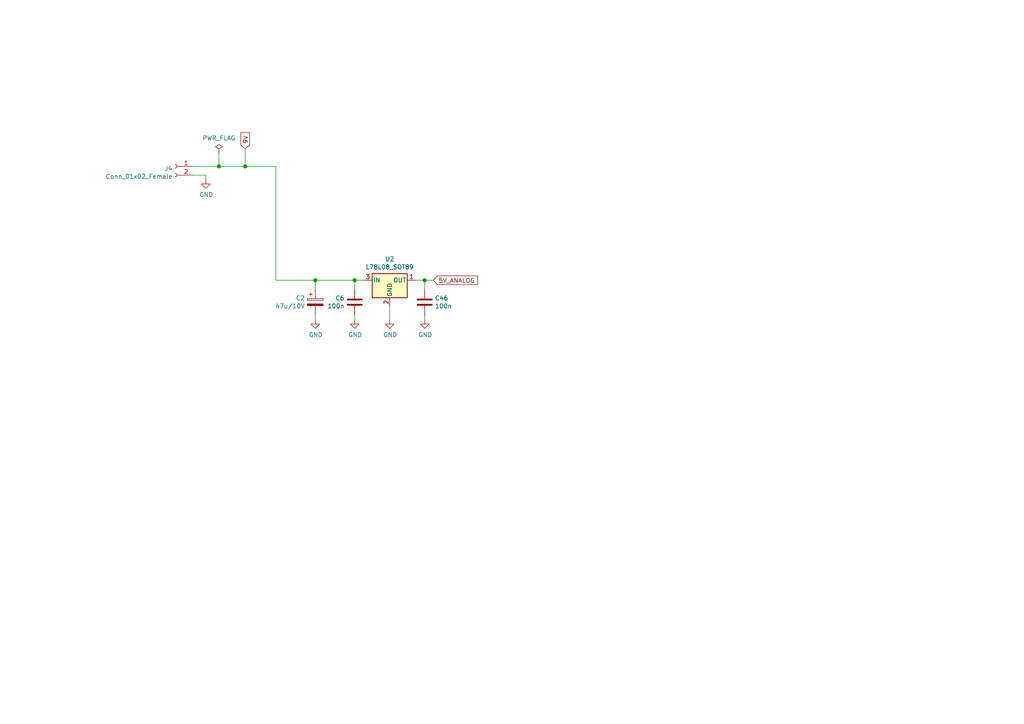
<source format=kicad_sch>
(kicad_sch (version 20210621) (generator eeschema)
  (paper "A4")
  (lib_symbols
    (symbol "Connector:Conn_01x02_Female" (pin_names (offset 1.016) hide)
      (property "Reference" "J" (at 0 2.54 0))
      (property "Value" "Conn_01x02_Female" (at 0 -5.08 0))
      (symbol "Conn_01x02_Female_1_1"
        (arc (start 0 -2.032) (end 0 -3.048) (radius (at 0 -2.54) (length 0.508) (angles 90.1 -90.1)) (stroke (width 0.1524)))
        (arc (start 0 0.508) (end 0 -0.508) (radius (at 0 0) (length 0.508) (angles 90.1 -90.1)) (stroke (width 0.1524)))
        (polyline (pts (xy -1.27 -2.54) (xy -0.508 -2.54)) (stroke (width 0.1524)))
        (polyline (pts (xy -1.27 0) (xy -0.508 0)) (stroke (width 0.1524)))
        (pin passive line (at -5.08 0 0) (length 3.81) (name "Pin_1") (number "1"))
        (pin passive line (at -5.08 -2.54 0) (length 3.81) (name "Pin_2") (number "2"))
      )
    )
    (symbol "Device:C" (pin_numbers hide) (pin_names (offset 0.254))
      (property "Reference" "C" (at 0.635 2.54 0))
      (property "Value" "C" (at 0.635 -2.54 0))
      (symbol "C_0_1"
        (polyline (pts (xy -2.032 -0.762) (xy 2.032 -0.762)) (stroke (width 0.508)))
        (polyline (pts (xy -2.032 0.762) (xy 2.032 0.762)) (stroke (width 0.508)))
      )
      (symbol "C_1_1"
        (pin passive line (at 0 3.81 270) (length 2.794) (name "~") (number "1"))
        (pin passive line (at 0 -3.81 90) (length 2.794) (name "~") (number "2"))
      )
    )
    (symbol "Device:CP" (pin_numbers hide) (pin_names (offset 0.254))
      (property "Reference" "C" (at 0.635 2.54 0))
      (property "Value" "CP" (at 0.635 -2.54 0))
      (symbol "CP_0_1"
        (rectangle (start -2.286 0.508) (end 2.286 1.016))
        (rectangle (start 2.286 -0.508) (end -2.286 -1.016) (fill (type outline)))
        (polyline (pts (xy -1.778 2.286) (xy -0.762 2.286)))
        (polyline (pts (xy -1.27 2.794) (xy -1.27 1.778)))
      )
      (symbol "CP_1_1"
        (pin passive line (at 0 3.81 270) (length 2.794) (name "~") (number "1"))
        (pin passive line (at 0 -3.81 90) (length 2.794) (name "~") (number "2"))
      )
    )
    (symbol "Regulator_Linear:L78L08_SOT89" (pin_names (offset 0.254))
      (property "Reference" "U" (at -3.81 3.175 0))
      (property "Value" "L78L08_SOT89" (at -0.635 3.175 0))
      (symbol "L78L08_SOT89_0_1"
        (rectangle (start -5.08 1.905) (end 5.08 -5.08) (stroke (width 0.254)) (fill (type background)))
      )
      (symbol "L78L08_SOT89_1_1"
        (pin power_out line (at 7.62 0 180) (length 2.54) (name "OUT") (number "1"))
        (pin power_in line (at 0 -7.62 90) (length 2.54) (name "GND") (number "2"))
        (pin power_in line (at -7.62 0 0) (length 2.54) (name "IN") (number "3"))
      )
    )
    (symbol "power:GND" (power) (pin_names (offset 0))
      (property "Value" "GND" (at 0 -3.81 0))
      (symbol "GND_0_1"
        (polyline (pts (xy 0 0) (xy 0 -1.27) (xy 1.27 -1.27) (xy 0 -2.54) (xy -1.27 -1.27) (xy 0 -1.27)))
      )
      (symbol "GND_1_1"
        (pin power_in line (at 0 0 270) (length 0) hide (name "GND") (number "1"))
      )
    )
    (symbol "power:PWR_FLAG" (power) (pin_numbers hide) (pin_names (offset 0) hide)
      (property "Value" "PWR_FLAG" (at 0 3.81 0))
      (symbol "PWR_FLAG_0_0"
        (pin power_out line (at 0 0 90) (length 0) (name "pwr") (number "1"))
      )
      (symbol "PWR_FLAG_0_1"
        (polyline (pts (xy 0 0) (xy 0 1.27) (xy -1.016 1.905) (xy 0 2.54) (xy 1.016 1.905) (xy 0 1.27)))
      )
    )
  )
  (junction (at 63.5 48.26) (diameter 1.016))
  (junction (at 71.12 48.26) (diameter 1.016))
  (junction (at 91.44 81.28) (diameter 1.016))
  (junction (at 102.87 81.28) (diameter 1.016))
  (junction (at 123.19 81.28) (diameter 1.016))
  (wire (pts (xy 55.88 48.26) (xy 63.5 48.26)))
  (wire (pts (xy 55.88 50.8) (xy 59.69 50.8)))
  (wire (pts (xy 59.69 50.8) (xy 59.69 52.07)))
  (wire (pts (xy 63.5 44.45) (xy 63.5 48.26)))
  (wire (pts (xy 63.5 48.26) (xy 71.12 48.26)))
  (wire (pts (xy 71.12 48.26) (xy 71.12 43.18)))
  (wire (pts (xy 71.12 48.26) (xy 80.01 48.26)))
  (wire (pts (xy 80.01 81.28) (xy 80.01 48.26)))
  (wire (pts (xy 80.01 81.28) (xy 91.44 81.28)))
  (wire (pts (xy 91.44 81.28) (xy 102.87 81.28)))
  (wire (pts (xy 91.44 83.82) (xy 91.44 81.28)))
  (wire (pts (xy 91.44 92.71) (xy 91.44 91.44)))
  (wire (pts (xy 102.87 81.28) (xy 102.87 83.82)))
  (wire (pts (xy 102.87 92.71) (xy 102.87 91.44)))
  (wire (pts (xy 105.41 81.28) (xy 102.87 81.28)))
  (wire (pts (xy 113.03 92.71) (xy 113.03 88.9)))
  (wire (pts (xy 120.65 81.28) (xy 123.19 81.28)))
  (wire (pts (xy 123.19 81.28) (xy 125.73 81.28)))
  (wire (pts (xy 123.19 83.82) (xy 123.19 81.28)))
  (wire (pts (xy 123.19 91.44) (xy 123.19 92.71)))
  (global_label "9V" (shape input) (at 71.12 43.18 90) (property "Intersheet References" "${INTERSHEET_REFS}" (effects hide)))
  (global_label "5V_ANALOG" (shape input) (at 125.73 81.28 0) (property "Intersheet References" "${INTERSHEET_REFS}" (effects hide)))
  (symbol (lib_id "power:PWR_FLAG") (at 63.5 44.45 0) (unit 1)
    (property "Reference" "#FLG01" (effects hide))
    (property "Value" "PWR_FLAG" (at 63.5 40.0558 0))
  )
  (symbol (lib_id "power:GND") (at 59.69 52.07 0) (unit 1)
    (property "Reference" "#PWR02" (effects hide))
    (property "Value" "GND" (at 59.817 56.4642 0))
  )
  (symbol (lib_id "power:GND") (at 91.44 92.71 0) (unit 1)
    (property "Reference" "#PWR06" (effects hide))
    (property "Value" "GND" (at 91.567 97.1042 0))
  )
  (symbol (lib_id "power:GND") (at 102.87 92.71 0) (unit 1)
    (property "Reference" "#PWR09" (effects hide))
    (property "Value" "GND" (at 102.997 97.1042 0))
  )
  (symbol (lib_id "power:GND") (at 113.03 92.71 0) (unit 1)
    (property "Reference" "#PWR057" (effects hide))
    (property "Value" "GND" (at 113.157 97.1042 0))
  )
  (symbol (lib_id "power:GND") (at 123.19 92.71 0) (unit 1)
    (property "Reference" "#PWR058" (effects hide))
    (property "Value" "GND" (at 123.317 97.1042 0))
  )
  (symbol (lib_id "Connector:Conn_01x02_Female") (at 50.8 48.26 0) (mirror y) (unit 1)
    (property "Reference" "J4" (at 50.0888 48.8696 0) (effects (justify left)))
    (property "Value" "Conn_01x02_Female" (at 50.0888 51.181 0) (effects (justify left)))
    (property "Footprint" "DDSFunctionGenerator:DG128-5.0-02P-14-00A" (effects hide))
  )
  (symbol (lib_id "Device:CP") (at 91.44 87.63 0) (unit 1)
    (property "Reference" "C2" (at 88.4682 86.4616 0) (effects (justify right)))
    (property "Value" "47u/10V" (at 88.4682 88.773 0) (effects (justify right)))
    (property "Footprint" "Capacitor_Tantalum_SMD:CP_EIA-3528-21_Kemet-B" (effects hide))
  )
  (symbol (lib_id "Device:C") (at 102.87 87.63 0) (unit 1)
    (property "Reference" "C6" (at 99.949 86.4616 0) (effects (justify right)))
    (property "Value" "100n" (at 99.949 88.773 0) (effects (justify right)))
    (property "Footprint" "Capacitor_SMD:C_0402_1005Metric" (effects hide))
  )
  (symbol (lib_id "Device:C") (at 123.19 87.63 0) (unit 1)
    (property "Reference" "C46" (at 126.111 86.4616 0) (effects (justify left)))
    (property "Value" "100n" (at 126.111 88.773 0) (effects (justify left)))
    (property "Footprint" "Capacitor_SMD:C_0402_1005Metric" (effects hide))
  )
  (symbol (lib_id "Regulator_Linear:L78L08_SOT89") (at 113.03 81.28 0) (unit 1)
    (property "Reference" "U2" (at 113.03 75.1332 0))
    (property "Value" "L78L08_SOT89" (at 113.03 77.4446 0))
    (property "Footprint" "Package_TO_SOT_SMD:SOT-89-3" (effects hide))
    (property "Datasheet" "http://www.st.com/content/ccc/resource/technical/document/datasheet/15/55/e5/aa/23/5b/43/fd/CD00000446.pdf/files/CD00000446.pdf/jcr:content/translations/en.CD00000446.pdf" (effects hide))
  )
)
</source>
